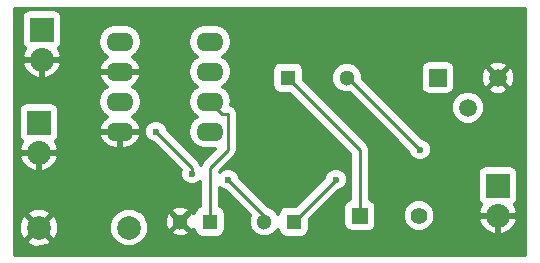
<source format=gbr>
G04 #@! TF.FileFunction,Copper,L1,Top,Signal*
%FSLAX46Y46*%
G04 Gerber Fmt 4.6, Leading zero omitted, Abs format (unit mm)*
G04 Created by KiCad (PCBNEW 4.0.1-stable) date 08/09/2016 11:32:39 PM*
%MOMM*%
G01*
G04 APERTURE LIST*
%ADD10C,0.100000*%
%ADD11R,2.032000X2.032000*%
%ADD12O,2.032000X2.032000*%
%ADD13R,1.300000X1.300000*%
%ADD14C,1.300000*%
%ADD15R,1.400000X1.400000*%
%ADD16C,1.400000*%
%ADD17O,2.300000X1.600000*%
%ADD18C,1.998980*%
%ADD19C,1.510000*%
%ADD20R,1.510000X1.510000*%
%ADD21C,0.600000*%
%ADD22C,0.250000*%
%ADD23C,0.350000*%
G04 APERTURE END LIST*
D10*
D11*
X113284000Y-82296000D03*
D12*
X113284000Y-84836000D03*
D13*
X127508000Y-98552000D03*
D14*
X125008000Y-98552000D03*
D13*
X134620000Y-98552000D03*
D14*
X132120000Y-98552000D03*
D15*
X140208000Y-98044000D03*
D16*
X145208000Y-98044000D03*
D13*
X134112000Y-86360000D03*
D14*
X139112000Y-86360000D03*
D11*
X113030000Y-90170000D03*
D12*
X113030000Y-92710000D03*
D17*
X119888000Y-83312000D03*
X119888000Y-85852000D03*
X119888000Y-88392000D03*
X119888000Y-90932000D03*
X127508000Y-90932000D03*
X127508000Y-88392000D03*
X127508000Y-85852000D03*
X127508000Y-83312000D03*
D11*
X151892000Y-95504000D03*
D12*
X151892000Y-98044000D03*
D18*
X120650000Y-99060000D03*
X113030000Y-99060000D03*
D19*
X151892000Y-86360000D03*
D20*
X146812000Y-86360000D03*
D19*
X149352000Y-88900000D03*
D21*
X138176000Y-94996000D03*
X122936000Y-90932000D03*
X125984000Y-94488000D03*
X129032000Y-94996000D03*
X145288000Y-92456000D03*
D22*
X127508000Y-88392000D02*
X128524000Y-89408000D01*
X128524000Y-89408000D02*
X129032000Y-89408000D01*
X129032000Y-89408000D02*
X129032000Y-92456000D01*
X129032000Y-92456000D02*
X127508000Y-93980000D01*
X127508000Y-93980000D02*
X127508000Y-98552000D01*
X113284000Y-99060000D02*
X113030000Y-99060000D01*
X138176000Y-94996000D02*
X134620000Y-98552000D01*
X122936000Y-90932000D02*
X125984000Y-93980000D01*
X125984000Y-93980000D02*
X125984000Y-94488000D01*
X129032000Y-94996000D02*
X132080000Y-98044000D01*
X132080000Y-98044000D02*
X132080000Y-98552000D01*
X132080000Y-98552000D02*
X132120000Y-98552000D01*
X134112000Y-86360000D02*
X140208000Y-92456000D01*
X140208000Y-92456000D02*
X140208000Y-98044000D01*
X139112000Y-86360000D02*
X139192000Y-86360000D01*
X139192000Y-86360000D02*
X145288000Y-92456000D01*
D23*
G36*
X154182000Y-101350000D02*
X110994000Y-101350000D01*
X110994000Y-100206702D01*
X111995021Y-100206702D01*
X112086664Y-100492792D01*
X112706777Y-100744726D01*
X113376098Y-100740176D01*
X113973336Y-100492792D01*
X114064979Y-100206702D01*
X113030000Y-99171723D01*
X111995021Y-100206702D01*
X110994000Y-100206702D01*
X110994000Y-98736777D01*
X111345274Y-98736777D01*
X111349824Y-99406098D01*
X111597208Y-100003336D01*
X111883298Y-100094979D01*
X112918277Y-99060000D01*
X113141723Y-99060000D01*
X114176702Y-100094979D01*
X114462792Y-100003336D01*
X114710672Y-99393200D01*
X118967219Y-99393200D01*
X119222823Y-100011809D01*
X119695702Y-100485514D01*
X120313864Y-100742197D01*
X120983200Y-100742781D01*
X121601809Y-100487177D01*
X122075514Y-100014298D01*
X122311365Y-99446303D01*
X124225419Y-99446303D01*
X124274395Y-99696123D01*
X124768074Y-99889770D01*
X125298279Y-99879753D01*
X125741605Y-99696123D01*
X125790581Y-99446303D01*
X125008000Y-98663723D01*
X124225419Y-99446303D01*
X122311365Y-99446303D01*
X122332197Y-99396136D01*
X122332781Y-98726800D01*
X122161420Y-98312074D01*
X123670230Y-98312074D01*
X123680247Y-98842279D01*
X123863877Y-99285605D01*
X124113697Y-99334581D01*
X124896277Y-98552000D01*
X124113697Y-97769419D01*
X123863877Y-97818395D01*
X123670230Y-98312074D01*
X122161420Y-98312074D01*
X122077177Y-98108191D01*
X121627469Y-97657697D01*
X124225419Y-97657697D01*
X125008000Y-98440277D01*
X125790581Y-97657697D01*
X125741605Y-97407877D01*
X125247926Y-97214230D01*
X124717721Y-97224247D01*
X124274395Y-97407877D01*
X124225419Y-97657697D01*
X121627469Y-97657697D01*
X121604298Y-97634486D01*
X120986136Y-97377803D01*
X120316800Y-97377219D01*
X119698191Y-97632823D01*
X119224486Y-98105702D01*
X118967803Y-98723864D01*
X118967219Y-99393200D01*
X114710672Y-99393200D01*
X114714726Y-99383223D01*
X114710176Y-98713902D01*
X114462792Y-98116664D01*
X114176702Y-98025021D01*
X113141723Y-99060000D01*
X112918277Y-99060000D01*
X111883298Y-98025021D01*
X111597208Y-98116664D01*
X111345274Y-98736777D01*
X110994000Y-98736777D01*
X110994000Y-97913298D01*
X111995021Y-97913298D01*
X113030000Y-98948277D01*
X114064979Y-97913298D01*
X113973336Y-97627208D01*
X113353223Y-97375274D01*
X112683902Y-97379824D01*
X112086664Y-97627208D01*
X111995021Y-97913298D01*
X110994000Y-97913298D01*
X110994000Y-93053523D01*
X111366085Y-93053523D01*
X111624204Y-93664127D01*
X112096342Y-94129473D01*
X112686478Y-94373909D01*
X112951000Y-94236207D01*
X112951000Y-92789000D01*
X113109000Y-92789000D01*
X113109000Y-94236207D01*
X113373522Y-94373909D01*
X113963658Y-94129473D01*
X114435796Y-93664127D01*
X114693915Y-93053523D01*
X114556418Y-92789000D01*
X113109000Y-92789000D01*
X112951000Y-92789000D01*
X111503582Y-92789000D01*
X111366085Y-93053523D01*
X110994000Y-93053523D01*
X110994000Y-89154000D01*
X111317620Y-89154000D01*
X111317620Y-91186000D01*
X111365245Y-91439104D01*
X111514829Y-91671565D01*
X111629941Y-91750218D01*
X111624204Y-91755873D01*
X111366085Y-92366477D01*
X111503582Y-92631000D01*
X112951000Y-92631000D01*
X112951000Y-92611000D01*
X113109000Y-92611000D01*
X113109000Y-92631000D01*
X114556418Y-92631000D01*
X114693915Y-92366477D01*
X114435796Y-91755873D01*
X114430224Y-91750382D01*
X114531565Y-91685171D01*
X114687515Y-91456931D01*
X114731102Y-91241690D01*
X118087697Y-91241690D01*
X118137654Y-91426533D01*
X118433499Y-91924778D01*
X118897494Y-92271881D01*
X119459000Y-92415000D01*
X119809000Y-92415000D01*
X119809000Y-91011000D01*
X119967000Y-91011000D01*
X119967000Y-92415000D01*
X120317000Y-92415000D01*
X120878506Y-92271881D01*
X121342501Y-91924778D01*
X121638346Y-91426533D01*
X121688303Y-91241690D01*
X121618287Y-91126673D01*
X121952830Y-91126673D01*
X122102167Y-91488097D01*
X122378448Y-91764861D01*
X122739611Y-91914829D01*
X122776177Y-91914861D01*
X125045697Y-94184381D01*
X125001171Y-94291611D01*
X125000830Y-94682673D01*
X125150167Y-95044097D01*
X125426448Y-95320861D01*
X125787611Y-95470829D01*
X126178673Y-95471170D01*
X126540097Y-95321833D01*
X126700000Y-95162209D01*
X126700000Y-97235350D01*
X126604896Y-97253245D01*
X126372435Y-97402829D01*
X126216485Y-97631069D01*
X126169873Y-97861247D01*
X126152123Y-97818395D01*
X125902303Y-97769419D01*
X125119723Y-98552000D01*
X125902303Y-99334581D01*
X126152123Y-99285605D01*
X126169173Y-99242139D01*
X126209245Y-99455104D01*
X126358829Y-99687565D01*
X126587069Y-99843515D01*
X126858000Y-99898380D01*
X128158000Y-99898380D01*
X128411104Y-99850755D01*
X128643565Y-99701171D01*
X128799515Y-99472931D01*
X128854380Y-99202000D01*
X128854380Y-97902000D01*
X128806755Y-97648896D01*
X128657171Y-97416435D01*
X128428931Y-97260485D01*
X128316000Y-97237616D01*
X128316000Y-95670136D01*
X128474448Y-95828861D01*
X128835611Y-95978829D01*
X128872177Y-95978861D01*
X130902179Y-98008863D01*
X130787232Y-98285687D01*
X130786769Y-98815987D01*
X130989279Y-99306097D01*
X131363930Y-99681403D01*
X131853687Y-99884768D01*
X132383987Y-99885231D01*
X132874097Y-99682721D01*
X133249403Y-99308070D01*
X133279803Y-99234859D01*
X133321245Y-99455104D01*
X133470829Y-99687565D01*
X133699069Y-99843515D01*
X133970000Y-99898380D01*
X135270000Y-99898380D01*
X135523104Y-99850755D01*
X135755565Y-99701171D01*
X135911515Y-99472931D01*
X135966380Y-99202000D01*
X135966380Y-98348304D01*
X138335546Y-95979139D01*
X138370673Y-95979170D01*
X138732097Y-95829833D01*
X139008861Y-95553552D01*
X139158829Y-95192389D01*
X139159170Y-94801327D01*
X139009833Y-94439903D01*
X138733552Y-94163139D01*
X138372389Y-94013171D01*
X137981327Y-94012830D01*
X137619903Y-94162167D01*
X137343139Y-94438448D01*
X137193171Y-94799611D01*
X137193139Y-94836176D01*
X134823696Y-97205620D01*
X133970000Y-97205620D01*
X133716896Y-97253245D01*
X133484435Y-97402829D01*
X133328485Y-97631069D01*
X133280235Y-97869333D01*
X133250721Y-97797903D01*
X132876070Y-97422597D01*
X132406155Y-97227471D01*
X130015139Y-94836455D01*
X130015170Y-94801327D01*
X129865833Y-94439903D01*
X129589552Y-94163139D01*
X129228389Y-94013171D01*
X128837327Y-94012830D01*
X128475903Y-94162167D01*
X128316000Y-94321791D01*
X128316000Y-94314684D01*
X129603342Y-93027343D01*
X129720375Y-92852190D01*
X129778495Y-92765208D01*
X129840000Y-92456000D01*
X129840000Y-89408000D01*
X129778495Y-89098792D01*
X129603342Y-88836658D01*
X129341208Y-88661505D01*
X129323984Y-88658079D01*
X129376911Y-88392000D01*
X129264024Y-87824480D01*
X128942550Y-87343361D01*
X128611260Y-87122000D01*
X128942550Y-86900639D01*
X129264024Y-86419520D01*
X129376911Y-85852000D01*
X129348666Y-85710000D01*
X132765620Y-85710000D01*
X132765620Y-87010000D01*
X132813245Y-87263104D01*
X132962829Y-87495565D01*
X133191069Y-87651515D01*
X133462000Y-87706380D01*
X134315696Y-87706380D01*
X139400000Y-92790684D01*
X139400000Y-96667942D01*
X139254896Y-96695245D01*
X139022435Y-96844829D01*
X138866485Y-97073069D01*
X138811620Y-97344000D01*
X138811620Y-98744000D01*
X138859245Y-98997104D01*
X139008829Y-99229565D01*
X139237069Y-99385515D01*
X139508000Y-99440380D01*
X140908000Y-99440380D01*
X141161104Y-99392755D01*
X141393565Y-99243171D01*
X141549515Y-99014931D01*
X141604380Y-98744000D01*
X141604380Y-98317889D01*
X143824760Y-98317889D01*
X144034866Y-98826383D01*
X144423570Y-99215767D01*
X144931697Y-99426760D01*
X145481889Y-99427240D01*
X145990383Y-99217134D01*
X146379767Y-98828430D01*
X146562847Y-98387523D01*
X150228085Y-98387523D01*
X150486204Y-98998127D01*
X150958342Y-99463473D01*
X151548478Y-99707909D01*
X151813000Y-99570207D01*
X151813000Y-98123000D01*
X151971000Y-98123000D01*
X151971000Y-99570207D01*
X152235522Y-99707909D01*
X152825658Y-99463473D01*
X153297796Y-98998127D01*
X153555915Y-98387523D01*
X153418418Y-98123000D01*
X151971000Y-98123000D01*
X151813000Y-98123000D01*
X150365582Y-98123000D01*
X150228085Y-98387523D01*
X146562847Y-98387523D01*
X146590760Y-98320303D01*
X146591240Y-97770111D01*
X146381134Y-97261617D01*
X145992430Y-96872233D01*
X145484303Y-96661240D01*
X144934111Y-96660760D01*
X144425617Y-96870866D01*
X144036233Y-97259570D01*
X143825240Y-97767697D01*
X143824760Y-98317889D01*
X141604380Y-98317889D01*
X141604380Y-97344000D01*
X141556755Y-97090896D01*
X141407171Y-96858435D01*
X141178931Y-96702485D01*
X141016000Y-96669491D01*
X141016000Y-94488000D01*
X150179620Y-94488000D01*
X150179620Y-96520000D01*
X150227245Y-96773104D01*
X150376829Y-97005565D01*
X150491941Y-97084218D01*
X150486204Y-97089873D01*
X150228085Y-97700477D01*
X150365582Y-97965000D01*
X151813000Y-97965000D01*
X151813000Y-97945000D01*
X151971000Y-97945000D01*
X151971000Y-97965000D01*
X153418418Y-97965000D01*
X153555915Y-97700477D01*
X153297796Y-97089873D01*
X153292224Y-97084382D01*
X153393565Y-97019171D01*
X153549515Y-96790931D01*
X153604380Y-96520000D01*
X153604380Y-94488000D01*
X153556755Y-94234896D01*
X153407171Y-94002435D01*
X153178931Y-93846485D01*
X152908000Y-93791620D01*
X150876000Y-93791620D01*
X150622896Y-93839245D01*
X150390435Y-93988829D01*
X150234485Y-94217069D01*
X150179620Y-94488000D01*
X141016000Y-94488000D01*
X141016000Y-92456000D01*
X140954495Y-92146792D01*
X140954495Y-92146791D01*
X140779342Y-91884658D01*
X135518671Y-86623987D01*
X137778769Y-86623987D01*
X137981279Y-87114097D01*
X138355930Y-87489403D01*
X138845687Y-87692768D01*
X139375987Y-87693231D01*
X139380629Y-87691313D01*
X144304861Y-92615545D01*
X144304830Y-92650673D01*
X144454167Y-93012097D01*
X144730448Y-93288861D01*
X145091611Y-93438829D01*
X145482673Y-93439170D01*
X145844097Y-93289833D01*
X146120861Y-93013552D01*
X146270829Y-92652389D01*
X146271170Y-92261327D01*
X146121833Y-91899903D01*
X145845552Y-91623139D01*
X145484389Y-91473171D01*
X145447823Y-91473139D01*
X143159465Y-89184781D01*
X147913751Y-89184781D01*
X148132212Y-89713497D01*
X148536375Y-90118366D01*
X149064709Y-90337750D01*
X149636781Y-90338249D01*
X150165497Y-90119788D01*
X150570366Y-89715625D01*
X150789750Y-89187291D01*
X150790249Y-88615219D01*
X150571788Y-88086503D01*
X150167625Y-87681634D01*
X149639291Y-87462250D01*
X149067219Y-87461751D01*
X148538503Y-87680212D01*
X148133634Y-88084375D01*
X147914250Y-88612709D01*
X147913751Y-89184781D01*
X143159465Y-89184781D01*
X140444904Y-86470220D01*
X140445231Y-86096013D01*
X140242721Y-85605903D01*
X140241820Y-85605000D01*
X145360620Y-85605000D01*
X145360620Y-87115000D01*
X145408245Y-87368104D01*
X145557829Y-87600565D01*
X145786069Y-87756515D01*
X146057000Y-87811380D01*
X147567000Y-87811380D01*
X147820104Y-87763755D01*
X148052565Y-87614171D01*
X148208515Y-87385931D01*
X148219809Y-87330158D01*
X151033565Y-87330158D01*
X151095370Y-87590870D01*
X151627043Y-87802033D01*
X152199054Y-87793659D01*
X152688630Y-87590870D01*
X152750435Y-87330158D01*
X151892000Y-86471723D01*
X151033565Y-87330158D01*
X148219809Y-87330158D01*
X148263380Y-87115000D01*
X148263380Y-86095043D01*
X150449967Y-86095043D01*
X150458341Y-86667054D01*
X150661130Y-87156630D01*
X150921842Y-87218435D01*
X151780277Y-86360000D01*
X152003723Y-86360000D01*
X152862158Y-87218435D01*
X153122870Y-87156630D01*
X153334033Y-86624957D01*
X153325659Y-86052946D01*
X153122870Y-85563370D01*
X152862158Y-85501565D01*
X152003723Y-86360000D01*
X151780277Y-86360000D01*
X150921842Y-85501565D01*
X150661130Y-85563370D01*
X150449967Y-86095043D01*
X148263380Y-86095043D01*
X148263380Y-85605000D01*
X148222896Y-85389842D01*
X151033565Y-85389842D01*
X151892000Y-86248277D01*
X152750435Y-85389842D01*
X152688630Y-85129130D01*
X152156957Y-84917967D01*
X151584946Y-84926341D01*
X151095370Y-85129130D01*
X151033565Y-85389842D01*
X148222896Y-85389842D01*
X148215755Y-85351896D01*
X148066171Y-85119435D01*
X147837931Y-84963485D01*
X147567000Y-84908620D01*
X146057000Y-84908620D01*
X145803896Y-84956245D01*
X145571435Y-85105829D01*
X145415485Y-85334069D01*
X145360620Y-85605000D01*
X140241820Y-85605000D01*
X139868070Y-85230597D01*
X139378313Y-85027232D01*
X138848013Y-85026769D01*
X138357903Y-85229279D01*
X137982597Y-85603930D01*
X137779232Y-86093687D01*
X137778769Y-86623987D01*
X135518671Y-86623987D01*
X135458380Y-86563696D01*
X135458380Y-85710000D01*
X135410755Y-85456896D01*
X135261171Y-85224435D01*
X135032931Y-85068485D01*
X134762000Y-85013620D01*
X133462000Y-85013620D01*
X133208896Y-85061245D01*
X132976435Y-85210829D01*
X132820485Y-85439069D01*
X132765620Y-85710000D01*
X129348666Y-85710000D01*
X129264024Y-85284480D01*
X128942550Y-84803361D01*
X128611260Y-84582000D01*
X128942550Y-84360639D01*
X129264024Y-83879520D01*
X129376911Y-83312000D01*
X129264024Y-82744480D01*
X128942550Y-82263361D01*
X128461431Y-81941887D01*
X127893911Y-81829000D01*
X127122089Y-81829000D01*
X126554569Y-81941887D01*
X126073450Y-82263361D01*
X125751976Y-82744480D01*
X125639089Y-83312000D01*
X125751976Y-83879520D01*
X126073450Y-84360639D01*
X126404740Y-84582000D01*
X126073450Y-84803361D01*
X125751976Y-85284480D01*
X125639089Y-85852000D01*
X125751976Y-86419520D01*
X126073450Y-86900639D01*
X126404740Y-87122000D01*
X126073450Y-87343361D01*
X125751976Y-87824480D01*
X125639089Y-88392000D01*
X125751976Y-88959520D01*
X126073450Y-89440639D01*
X126404740Y-89662000D01*
X126073450Y-89883361D01*
X125751976Y-90364480D01*
X125639089Y-90932000D01*
X125751976Y-91499520D01*
X126073450Y-91980639D01*
X126554569Y-92302113D01*
X127122089Y-92415000D01*
X127893911Y-92415000D01*
X127939355Y-92405961D01*
X126936658Y-93408658D01*
X126761505Y-93670791D01*
X126761505Y-93670792D01*
X126746000Y-93748741D01*
X126730495Y-93670792D01*
X126730495Y-93670791D01*
X126555342Y-93408658D01*
X123919139Y-90772455D01*
X123919170Y-90737327D01*
X123769833Y-90375903D01*
X123493552Y-90099139D01*
X123132389Y-89949171D01*
X122741327Y-89948830D01*
X122379903Y-90098167D01*
X122103139Y-90374448D01*
X121953171Y-90735611D01*
X121952830Y-91126673D01*
X121618287Y-91126673D01*
X121547870Y-91011000D01*
X119967000Y-91011000D01*
X119809000Y-91011000D01*
X118228130Y-91011000D01*
X118087697Y-91241690D01*
X114731102Y-91241690D01*
X114742380Y-91186000D01*
X114742380Y-89154000D01*
X114694755Y-88900896D01*
X114545171Y-88668435D01*
X114316931Y-88512485D01*
X114046000Y-88457620D01*
X112014000Y-88457620D01*
X111760896Y-88505245D01*
X111528435Y-88654829D01*
X111372485Y-88883069D01*
X111317620Y-89154000D01*
X110994000Y-89154000D01*
X110994000Y-88392000D01*
X118019089Y-88392000D01*
X118131976Y-88959520D01*
X118453450Y-89440639D01*
X118794955Y-89668826D01*
X118433499Y-89939222D01*
X118137654Y-90437467D01*
X118087697Y-90622310D01*
X118228130Y-90853000D01*
X119809000Y-90853000D01*
X119809000Y-90833000D01*
X119967000Y-90833000D01*
X119967000Y-90853000D01*
X121547870Y-90853000D01*
X121688303Y-90622310D01*
X121638346Y-90437467D01*
X121342501Y-89939222D01*
X120981045Y-89668826D01*
X121322550Y-89440639D01*
X121644024Y-88959520D01*
X121756911Y-88392000D01*
X121644024Y-87824480D01*
X121322550Y-87343361D01*
X120981045Y-87115174D01*
X121342501Y-86844778D01*
X121638346Y-86346533D01*
X121688303Y-86161690D01*
X121547870Y-85931000D01*
X119967000Y-85931000D01*
X119967000Y-85951000D01*
X119809000Y-85951000D01*
X119809000Y-85931000D01*
X118228130Y-85931000D01*
X118087697Y-86161690D01*
X118137654Y-86346533D01*
X118433499Y-86844778D01*
X118794955Y-87115174D01*
X118453450Y-87343361D01*
X118131976Y-87824480D01*
X118019089Y-88392000D01*
X110994000Y-88392000D01*
X110994000Y-85179523D01*
X111620085Y-85179523D01*
X111878204Y-85790127D01*
X112350342Y-86255473D01*
X112940478Y-86499909D01*
X113205000Y-86362207D01*
X113205000Y-84915000D01*
X113363000Y-84915000D01*
X113363000Y-86362207D01*
X113627522Y-86499909D01*
X114217658Y-86255473D01*
X114689796Y-85790127D01*
X114947915Y-85179523D01*
X114810418Y-84915000D01*
X113363000Y-84915000D01*
X113205000Y-84915000D01*
X111757582Y-84915000D01*
X111620085Y-85179523D01*
X110994000Y-85179523D01*
X110994000Y-81280000D01*
X111571620Y-81280000D01*
X111571620Y-83312000D01*
X111619245Y-83565104D01*
X111768829Y-83797565D01*
X111883941Y-83876218D01*
X111878204Y-83881873D01*
X111620085Y-84492477D01*
X111757582Y-84757000D01*
X113205000Y-84757000D01*
X113205000Y-84737000D01*
X113363000Y-84737000D01*
X113363000Y-84757000D01*
X114810418Y-84757000D01*
X114947915Y-84492477D01*
X114689796Y-83881873D01*
X114684224Y-83876382D01*
X114785565Y-83811171D01*
X114941515Y-83582931D01*
X114996380Y-83312000D01*
X118019089Y-83312000D01*
X118131976Y-83879520D01*
X118453450Y-84360639D01*
X118794955Y-84588826D01*
X118433499Y-84859222D01*
X118137654Y-85357467D01*
X118087697Y-85542310D01*
X118228130Y-85773000D01*
X119809000Y-85773000D01*
X119809000Y-85753000D01*
X119967000Y-85753000D01*
X119967000Y-85773000D01*
X121547870Y-85773000D01*
X121688303Y-85542310D01*
X121638346Y-85357467D01*
X121342501Y-84859222D01*
X120981045Y-84588826D01*
X121322550Y-84360639D01*
X121644024Y-83879520D01*
X121756911Y-83312000D01*
X121644024Y-82744480D01*
X121322550Y-82263361D01*
X120841431Y-81941887D01*
X120273911Y-81829000D01*
X119502089Y-81829000D01*
X118934569Y-81941887D01*
X118453450Y-82263361D01*
X118131976Y-82744480D01*
X118019089Y-83312000D01*
X114996380Y-83312000D01*
X114996380Y-81280000D01*
X114948755Y-81026896D01*
X114799171Y-80794435D01*
X114570931Y-80638485D01*
X114300000Y-80583620D01*
X112268000Y-80583620D01*
X112014896Y-80631245D01*
X111782435Y-80780829D01*
X111626485Y-81009069D01*
X111571620Y-81280000D01*
X110994000Y-81280000D01*
X110994000Y-80514000D01*
X154182000Y-80514000D01*
X154182000Y-101350000D01*
X154182000Y-101350000D01*
G37*
X154182000Y-101350000D02*
X110994000Y-101350000D01*
X110994000Y-100206702D01*
X111995021Y-100206702D01*
X112086664Y-100492792D01*
X112706777Y-100744726D01*
X113376098Y-100740176D01*
X113973336Y-100492792D01*
X114064979Y-100206702D01*
X113030000Y-99171723D01*
X111995021Y-100206702D01*
X110994000Y-100206702D01*
X110994000Y-98736777D01*
X111345274Y-98736777D01*
X111349824Y-99406098D01*
X111597208Y-100003336D01*
X111883298Y-100094979D01*
X112918277Y-99060000D01*
X113141723Y-99060000D01*
X114176702Y-100094979D01*
X114462792Y-100003336D01*
X114710672Y-99393200D01*
X118967219Y-99393200D01*
X119222823Y-100011809D01*
X119695702Y-100485514D01*
X120313864Y-100742197D01*
X120983200Y-100742781D01*
X121601809Y-100487177D01*
X122075514Y-100014298D01*
X122311365Y-99446303D01*
X124225419Y-99446303D01*
X124274395Y-99696123D01*
X124768074Y-99889770D01*
X125298279Y-99879753D01*
X125741605Y-99696123D01*
X125790581Y-99446303D01*
X125008000Y-98663723D01*
X124225419Y-99446303D01*
X122311365Y-99446303D01*
X122332197Y-99396136D01*
X122332781Y-98726800D01*
X122161420Y-98312074D01*
X123670230Y-98312074D01*
X123680247Y-98842279D01*
X123863877Y-99285605D01*
X124113697Y-99334581D01*
X124896277Y-98552000D01*
X124113697Y-97769419D01*
X123863877Y-97818395D01*
X123670230Y-98312074D01*
X122161420Y-98312074D01*
X122077177Y-98108191D01*
X121627469Y-97657697D01*
X124225419Y-97657697D01*
X125008000Y-98440277D01*
X125790581Y-97657697D01*
X125741605Y-97407877D01*
X125247926Y-97214230D01*
X124717721Y-97224247D01*
X124274395Y-97407877D01*
X124225419Y-97657697D01*
X121627469Y-97657697D01*
X121604298Y-97634486D01*
X120986136Y-97377803D01*
X120316800Y-97377219D01*
X119698191Y-97632823D01*
X119224486Y-98105702D01*
X118967803Y-98723864D01*
X118967219Y-99393200D01*
X114710672Y-99393200D01*
X114714726Y-99383223D01*
X114710176Y-98713902D01*
X114462792Y-98116664D01*
X114176702Y-98025021D01*
X113141723Y-99060000D01*
X112918277Y-99060000D01*
X111883298Y-98025021D01*
X111597208Y-98116664D01*
X111345274Y-98736777D01*
X110994000Y-98736777D01*
X110994000Y-97913298D01*
X111995021Y-97913298D01*
X113030000Y-98948277D01*
X114064979Y-97913298D01*
X113973336Y-97627208D01*
X113353223Y-97375274D01*
X112683902Y-97379824D01*
X112086664Y-97627208D01*
X111995021Y-97913298D01*
X110994000Y-97913298D01*
X110994000Y-93053523D01*
X111366085Y-93053523D01*
X111624204Y-93664127D01*
X112096342Y-94129473D01*
X112686478Y-94373909D01*
X112951000Y-94236207D01*
X112951000Y-92789000D01*
X113109000Y-92789000D01*
X113109000Y-94236207D01*
X113373522Y-94373909D01*
X113963658Y-94129473D01*
X114435796Y-93664127D01*
X114693915Y-93053523D01*
X114556418Y-92789000D01*
X113109000Y-92789000D01*
X112951000Y-92789000D01*
X111503582Y-92789000D01*
X111366085Y-93053523D01*
X110994000Y-93053523D01*
X110994000Y-89154000D01*
X111317620Y-89154000D01*
X111317620Y-91186000D01*
X111365245Y-91439104D01*
X111514829Y-91671565D01*
X111629941Y-91750218D01*
X111624204Y-91755873D01*
X111366085Y-92366477D01*
X111503582Y-92631000D01*
X112951000Y-92631000D01*
X112951000Y-92611000D01*
X113109000Y-92611000D01*
X113109000Y-92631000D01*
X114556418Y-92631000D01*
X114693915Y-92366477D01*
X114435796Y-91755873D01*
X114430224Y-91750382D01*
X114531565Y-91685171D01*
X114687515Y-91456931D01*
X114731102Y-91241690D01*
X118087697Y-91241690D01*
X118137654Y-91426533D01*
X118433499Y-91924778D01*
X118897494Y-92271881D01*
X119459000Y-92415000D01*
X119809000Y-92415000D01*
X119809000Y-91011000D01*
X119967000Y-91011000D01*
X119967000Y-92415000D01*
X120317000Y-92415000D01*
X120878506Y-92271881D01*
X121342501Y-91924778D01*
X121638346Y-91426533D01*
X121688303Y-91241690D01*
X121618287Y-91126673D01*
X121952830Y-91126673D01*
X122102167Y-91488097D01*
X122378448Y-91764861D01*
X122739611Y-91914829D01*
X122776177Y-91914861D01*
X125045697Y-94184381D01*
X125001171Y-94291611D01*
X125000830Y-94682673D01*
X125150167Y-95044097D01*
X125426448Y-95320861D01*
X125787611Y-95470829D01*
X126178673Y-95471170D01*
X126540097Y-95321833D01*
X126700000Y-95162209D01*
X126700000Y-97235350D01*
X126604896Y-97253245D01*
X126372435Y-97402829D01*
X126216485Y-97631069D01*
X126169873Y-97861247D01*
X126152123Y-97818395D01*
X125902303Y-97769419D01*
X125119723Y-98552000D01*
X125902303Y-99334581D01*
X126152123Y-99285605D01*
X126169173Y-99242139D01*
X126209245Y-99455104D01*
X126358829Y-99687565D01*
X126587069Y-99843515D01*
X126858000Y-99898380D01*
X128158000Y-99898380D01*
X128411104Y-99850755D01*
X128643565Y-99701171D01*
X128799515Y-99472931D01*
X128854380Y-99202000D01*
X128854380Y-97902000D01*
X128806755Y-97648896D01*
X128657171Y-97416435D01*
X128428931Y-97260485D01*
X128316000Y-97237616D01*
X128316000Y-95670136D01*
X128474448Y-95828861D01*
X128835611Y-95978829D01*
X128872177Y-95978861D01*
X130902179Y-98008863D01*
X130787232Y-98285687D01*
X130786769Y-98815987D01*
X130989279Y-99306097D01*
X131363930Y-99681403D01*
X131853687Y-99884768D01*
X132383987Y-99885231D01*
X132874097Y-99682721D01*
X133249403Y-99308070D01*
X133279803Y-99234859D01*
X133321245Y-99455104D01*
X133470829Y-99687565D01*
X133699069Y-99843515D01*
X133970000Y-99898380D01*
X135270000Y-99898380D01*
X135523104Y-99850755D01*
X135755565Y-99701171D01*
X135911515Y-99472931D01*
X135966380Y-99202000D01*
X135966380Y-98348304D01*
X138335546Y-95979139D01*
X138370673Y-95979170D01*
X138732097Y-95829833D01*
X139008861Y-95553552D01*
X139158829Y-95192389D01*
X139159170Y-94801327D01*
X139009833Y-94439903D01*
X138733552Y-94163139D01*
X138372389Y-94013171D01*
X137981327Y-94012830D01*
X137619903Y-94162167D01*
X137343139Y-94438448D01*
X137193171Y-94799611D01*
X137193139Y-94836176D01*
X134823696Y-97205620D01*
X133970000Y-97205620D01*
X133716896Y-97253245D01*
X133484435Y-97402829D01*
X133328485Y-97631069D01*
X133280235Y-97869333D01*
X133250721Y-97797903D01*
X132876070Y-97422597D01*
X132406155Y-97227471D01*
X130015139Y-94836455D01*
X130015170Y-94801327D01*
X129865833Y-94439903D01*
X129589552Y-94163139D01*
X129228389Y-94013171D01*
X128837327Y-94012830D01*
X128475903Y-94162167D01*
X128316000Y-94321791D01*
X128316000Y-94314684D01*
X129603342Y-93027343D01*
X129720375Y-92852190D01*
X129778495Y-92765208D01*
X129840000Y-92456000D01*
X129840000Y-89408000D01*
X129778495Y-89098792D01*
X129603342Y-88836658D01*
X129341208Y-88661505D01*
X129323984Y-88658079D01*
X129376911Y-88392000D01*
X129264024Y-87824480D01*
X128942550Y-87343361D01*
X128611260Y-87122000D01*
X128942550Y-86900639D01*
X129264024Y-86419520D01*
X129376911Y-85852000D01*
X129348666Y-85710000D01*
X132765620Y-85710000D01*
X132765620Y-87010000D01*
X132813245Y-87263104D01*
X132962829Y-87495565D01*
X133191069Y-87651515D01*
X133462000Y-87706380D01*
X134315696Y-87706380D01*
X139400000Y-92790684D01*
X139400000Y-96667942D01*
X139254896Y-96695245D01*
X139022435Y-96844829D01*
X138866485Y-97073069D01*
X138811620Y-97344000D01*
X138811620Y-98744000D01*
X138859245Y-98997104D01*
X139008829Y-99229565D01*
X139237069Y-99385515D01*
X139508000Y-99440380D01*
X140908000Y-99440380D01*
X141161104Y-99392755D01*
X141393565Y-99243171D01*
X141549515Y-99014931D01*
X141604380Y-98744000D01*
X141604380Y-98317889D01*
X143824760Y-98317889D01*
X144034866Y-98826383D01*
X144423570Y-99215767D01*
X144931697Y-99426760D01*
X145481889Y-99427240D01*
X145990383Y-99217134D01*
X146379767Y-98828430D01*
X146562847Y-98387523D01*
X150228085Y-98387523D01*
X150486204Y-98998127D01*
X150958342Y-99463473D01*
X151548478Y-99707909D01*
X151813000Y-99570207D01*
X151813000Y-98123000D01*
X151971000Y-98123000D01*
X151971000Y-99570207D01*
X152235522Y-99707909D01*
X152825658Y-99463473D01*
X153297796Y-98998127D01*
X153555915Y-98387523D01*
X153418418Y-98123000D01*
X151971000Y-98123000D01*
X151813000Y-98123000D01*
X150365582Y-98123000D01*
X150228085Y-98387523D01*
X146562847Y-98387523D01*
X146590760Y-98320303D01*
X146591240Y-97770111D01*
X146381134Y-97261617D01*
X145992430Y-96872233D01*
X145484303Y-96661240D01*
X144934111Y-96660760D01*
X144425617Y-96870866D01*
X144036233Y-97259570D01*
X143825240Y-97767697D01*
X143824760Y-98317889D01*
X141604380Y-98317889D01*
X141604380Y-97344000D01*
X141556755Y-97090896D01*
X141407171Y-96858435D01*
X141178931Y-96702485D01*
X141016000Y-96669491D01*
X141016000Y-94488000D01*
X150179620Y-94488000D01*
X150179620Y-96520000D01*
X150227245Y-96773104D01*
X150376829Y-97005565D01*
X150491941Y-97084218D01*
X150486204Y-97089873D01*
X150228085Y-97700477D01*
X150365582Y-97965000D01*
X151813000Y-97965000D01*
X151813000Y-97945000D01*
X151971000Y-97945000D01*
X151971000Y-97965000D01*
X153418418Y-97965000D01*
X153555915Y-97700477D01*
X153297796Y-97089873D01*
X153292224Y-97084382D01*
X153393565Y-97019171D01*
X153549515Y-96790931D01*
X153604380Y-96520000D01*
X153604380Y-94488000D01*
X153556755Y-94234896D01*
X153407171Y-94002435D01*
X153178931Y-93846485D01*
X152908000Y-93791620D01*
X150876000Y-93791620D01*
X150622896Y-93839245D01*
X150390435Y-93988829D01*
X150234485Y-94217069D01*
X150179620Y-94488000D01*
X141016000Y-94488000D01*
X141016000Y-92456000D01*
X140954495Y-92146792D01*
X140954495Y-92146791D01*
X140779342Y-91884658D01*
X135518671Y-86623987D01*
X137778769Y-86623987D01*
X137981279Y-87114097D01*
X138355930Y-87489403D01*
X138845687Y-87692768D01*
X139375987Y-87693231D01*
X139380629Y-87691313D01*
X144304861Y-92615545D01*
X144304830Y-92650673D01*
X144454167Y-93012097D01*
X144730448Y-93288861D01*
X145091611Y-93438829D01*
X145482673Y-93439170D01*
X145844097Y-93289833D01*
X146120861Y-93013552D01*
X146270829Y-92652389D01*
X146271170Y-92261327D01*
X146121833Y-91899903D01*
X145845552Y-91623139D01*
X145484389Y-91473171D01*
X145447823Y-91473139D01*
X143159465Y-89184781D01*
X147913751Y-89184781D01*
X148132212Y-89713497D01*
X148536375Y-90118366D01*
X149064709Y-90337750D01*
X149636781Y-90338249D01*
X150165497Y-90119788D01*
X150570366Y-89715625D01*
X150789750Y-89187291D01*
X150790249Y-88615219D01*
X150571788Y-88086503D01*
X150167625Y-87681634D01*
X149639291Y-87462250D01*
X149067219Y-87461751D01*
X148538503Y-87680212D01*
X148133634Y-88084375D01*
X147914250Y-88612709D01*
X147913751Y-89184781D01*
X143159465Y-89184781D01*
X140444904Y-86470220D01*
X140445231Y-86096013D01*
X140242721Y-85605903D01*
X140241820Y-85605000D01*
X145360620Y-85605000D01*
X145360620Y-87115000D01*
X145408245Y-87368104D01*
X145557829Y-87600565D01*
X145786069Y-87756515D01*
X146057000Y-87811380D01*
X147567000Y-87811380D01*
X147820104Y-87763755D01*
X148052565Y-87614171D01*
X148208515Y-87385931D01*
X148219809Y-87330158D01*
X151033565Y-87330158D01*
X151095370Y-87590870D01*
X151627043Y-87802033D01*
X152199054Y-87793659D01*
X152688630Y-87590870D01*
X152750435Y-87330158D01*
X151892000Y-86471723D01*
X151033565Y-87330158D01*
X148219809Y-87330158D01*
X148263380Y-87115000D01*
X148263380Y-86095043D01*
X150449967Y-86095043D01*
X150458341Y-86667054D01*
X150661130Y-87156630D01*
X150921842Y-87218435D01*
X151780277Y-86360000D01*
X152003723Y-86360000D01*
X152862158Y-87218435D01*
X153122870Y-87156630D01*
X153334033Y-86624957D01*
X153325659Y-86052946D01*
X153122870Y-85563370D01*
X152862158Y-85501565D01*
X152003723Y-86360000D01*
X151780277Y-86360000D01*
X150921842Y-85501565D01*
X150661130Y-85563370D01*
X150449967Y-86095043D01*
X148263380Y-86095043D01*
X148263380Y-85605000D01*
X148222896Y-85389842D01*
X151033565Y-85389842D01*
X151892000Y-86248277D01*
X152750435Y-85389842D01*
X152688630Y-85129130D01*
X152156957Y-84917967D01*
X151584946Y-84926341D01*
X151095370Y-85129130D01*
X151033565Y-85389842D01*
X148222896Y-85389842D01*
X148215755Y-85351896D01*
X148066171Y-85119435D01*
X147837931Y-84963485D01*
X147567000Y-84908620D01*
X146057000Y-84908620D01*
X145803896Y-84956245D01*
X145571435Y-85105829D01*
X145415485Y-85334069D01*
X145360620Y-85605000D01*
X140241820Y-85605000D01*
X139868070Y-85230597D01*
X139378313Y-85027232D01*
X138848013Y-85026769D01*
X138357903Y-85229279D01*
X137982597Y-85603930D01*
X137779232Y-86093687D01*
X137778769Y-86623987D01*
X135518671Y-86623987D01*
X135458380Y-86563696D01*
X135458380Y-85710000D01*
X135410755Y-85456896D01*
X135261171Y-85224435D01*
X135032931Y-85068485D01*
X134762000Y-85013620D01*
X133462000Y-85013620D01*
X133208896Y-85061245D01*
X132976435Y-85210829D01*
X132820485Y-85439069D01*
X132765620Y-85710000D01*
X129348666Y-85710000D01*
X129264024Y-85284480D01*
X128942550Y-84803361D01*
X128611260Y-84582000D01*
X128942550Y-84360639D01*
X129264024Y-83879520D01*
X129376911Y-83312000D01*
X129264024Y-82744480D01*
X128942550Y-82263361D01*
X128461431Y-81941887D01*
X127893911Y-81829000D01*
X127122089Y-81829000D01*
X126554569Y-81941887D01*
X126073450Y-82263361D01*
X125751976Y-82744480D01*
X125639089Y-83312000D01*
X125751976Y-83879520D01*
X126073450Y-84360639D01*
X126404740Y-84582000D01*
X126073450Y-84803361D01*
X125751976Y-85284480D01*
X125639089Y-85852000D01*
X125751976Y-86419520D01*
X126073450Y-86900639D01*
X126404740Y-87122000D01*
X126073450Y-87343361D01*
X125751976Y-87824480D01*
X125639089Y-88392000D01*
X125751976Y-88959520D01*
X126073450Y-89440639D01*
X126404740Y-89662000D01*
X126073450Y-89883361D01*
X125751976Y-90364480D01*
X125639089Y-90932000D01*
X125751976Y-91499520D01*
X126073450Y-91980639D01*
X126554569Y-92302113D01*
X127122089Y-92415000D01*
X127893911Y-92415000D01*
X127939355Y-92405961D01*
X126936658Y-93408658D01*
X126761505Y-93670791D01*
X126761505Y-93670792D01*
X126746000Y-93748741D01*
X126730495Y-93670792D01*
X126730495Y-93670791D01*
X126555342Y-93408658D01*
X123919139Y-90772455D01*
X123919170Y-90737327D01*
X123769833Y-90375903D01*
X123493552Y-90099139D01*
X123132389Y-89949171D01*
X122741327Y-89948830D01*
X122379903Y-90098167D01*
X122103139Y-90374448D01*
X121953171Y-90735611D01*
X121952830Y-91126673D01*
X121618287Y-91126673D01*
X121547870Y-91011000D01*
X119967000Y-91011000D01*
X119809000Y-91011000D01*
X118228130Y-91011000D01*
X118087697Y-91241690D01*
X114731102Y-91241690D01*
X114742380Y-91186000D01*
X114742380Y-89154000D01*
X114694755Y-88900896D01*
X114545171Y-88668435D01*
X114316931Y-88512485D01*
X114046000Y-88457620D01*
X112014000Y-88457620D01*
X111760896Y-88505245D01*
X111528435Y-88654829D01*
X111372485Y-88883069D01*
X111317620Y-89154000D01*
X110994000Y-89154000D01*
X110994000Y-88392000D01*
X118019089Y-88392000D01*
X118131976Y-88959520D01*
X118453450Y-89440639D01*
X118794955Y-89668826D01*
X118433499Y-89939222D01*
X118137654Y-90437467D01*
X118087697Y-90622310D01*
X118228130Y-90853000D01*
X119809000Y-90853000D01*
X119809000Y-90833000D01*
X119967000Y-90833000D01*
X119967000Y-90853000D01*
X121547870Y-90853000D01*
X121688303Y-90622310D01*
X121638346Y-90437467D01*
X121342501Y-89939222D01*
X120981045Y-89668826D01*
X121322550Y-89440639D01*
X121644024Y-88959520D01*
X121756911Y-88392000D01*
X121644024Y-87824480D01*
X121322550Y-87343361D01*
X120981045Y-87115174D01*
X121342501Y-86844778D01*
X121638346Y-86346533D01*
X121688303Y-86161690D01*
X121547870Y-85931000D01*
X119967000Y-85931000D01*
X119967000Y-85951000D01*
X119809000Y-85951000D01*
X119809000Y-85931000D01*
X118228130Y-85931000D01*
X118087697Y-86161690D01*
X118137654Y-86346533D01*
X118433499Y-86844778D01*
X118794955Y-87115174D01*
X118453450Y-87343361D01*
X118131976Y-87824480D01*
X118019089Y-88392000D01*
X110994000Y-88392000D01*
X110994000Y-85179523D01*
X111620085Y-85179523D01*
X111878204Y-85790127D01*
X112350342Y-86255473D01*
X112940478Y-86499909D01*
X113205000Y-86362207D01*
X113205000Y-84915000D01*
X113363000Y-84915000D01*
X113363000Y-86362207D01*
X113627522Y-86499909D01*
X114217658Y-86255473D01*
X114689796Y-85790127D01*
X114947915Y-85179523D01*
X114810418Y-84915000D01*
X113363000Y-84915000D01*
X113205000Y-84915000D01*
X111757582Y-84915000D01*
X111620085Y-85179523D01*
X110994000Y-85179523D01*
X110994000Y-81280000D01*
X111571620Y-81280000D01*
X111571620Y-83312000D01*
X111619245Y-83565104D01*
X111768829Y-83797565D01*
X111883941Y-83876218D01*
X111878204Y-83881873D01*
X111620085Y-84492477D01*
X111757582Y-84757000D01*
X113205000Y-84757000D01*
X113205000Y-84737000D01*
X113363000Y-84737000D01*
X113363000Y-84757000D01*
X114810418Y-84757000D01*
X114947915Y-84492477D01*
X114689796Y-83881873D01*
X114684224Y-83876382D01*
X114785565Y-83811171D01*
X114941515Y-83582931D01*
X114996380Y-83312000D01*
X118019089Y-83312000D01*
X118131976Y-83879520D01*
X118453450Y-84360639D01*
X118794955Y-84588826D01*
X118433499Y-84859222D01*
X118137654Y-85357467D01*
X118087697Y-85542310D01*
X118228130Y-85773000D01*
X119809000Y-85773000D01*
X119809000Y-85753000D01*
X119967000Y-85753000D01*
X119967000Y-85773000D01*
X121547870Y-85773000D01*
X121688303Y-85542310D01*
X121638346Y-85357467D01*
X121342501Y-84859222D01*
X120981045Y-84588826D01*
X121322550Y-84360639D01*
X121644024Y-83879520D01*
X121756911Y-83312000D01*
X121644024Y-82744480D01*
X121322550Y-82263361D01*
X120841431Y-81941887D01*
X120273911Y-81829000D01*
X119502089Y-81829000D01*
X118934569Y-81941887D01*
X118453450Y-82263361D01*
X118131976Y-82744480D01*
X118019089Y-83312000D01*
X114996380Y-83312000D01*
X114996380Y-81280000D01*
X114948755Y-81026896D01*
X114799171Y-80794435D01*
X114570931Y-80638485D01*
X114300000Y-80583620D01*
X112268000Y-80583620D01*
X112014896Y-80631245D01*
X111782435Y-80780829D01*
X111626485Y-81009069D01*
X111571620Y-81280000D01*
X110994000Y-81280000D01*
X110994000Y-80514000D01*
X154182000Y-80514000D01*
X154182000Y-101350000D01*
M02*

</source>
